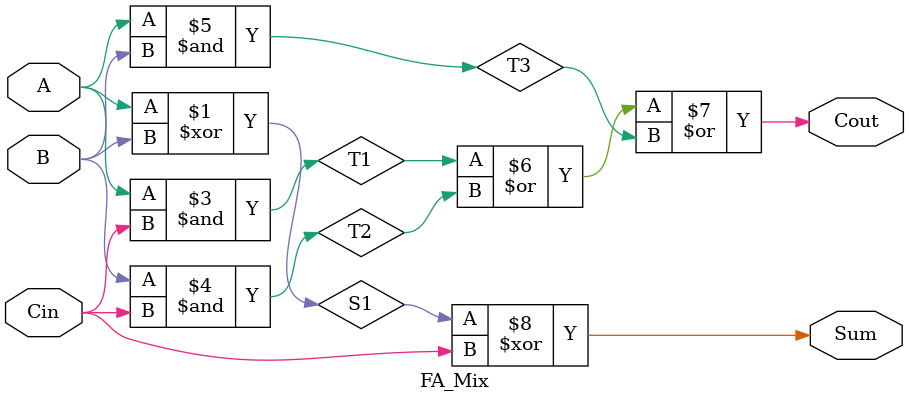
<source format=v>
module FA_Mix (A, B, Cin, Sum, Cout); 
input A,B, Cin;
output Sum, Cout;
reg Cout;
reg T1, T2, T3;
wire S1;
xor X1(S1, A, B); 
always @( A or B or Cin ) 
begin 
T1 = A & Cin;
T2 = B & Cin;
T3 = A & B;
Cout = (T1| T2) | T3;
end
assign Sum = S1 ^ Cin; 
endmodule
</source>
